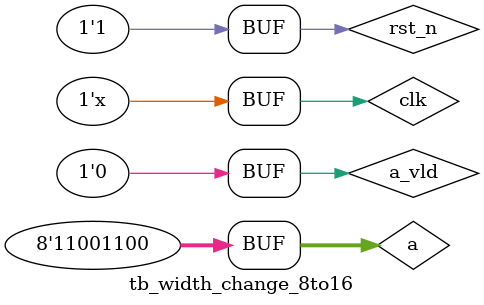
<source format=v>
`timescale 1ns / 1ps

module tb_width_change_8to16();

localparam AWIDTH = 8,
           BWIDTH = 16;

reg clk;
reg rst_n;
reg a_vld;
reg [AWIDTH-1:0] a;
wire [BWIDTH-1:0] b;
wire b_vld;

initial begin
    clk = 0;
    rst_n = 0;
    a = 0;
    a_vld = 0;
    #50
    rst_n = 1;
    #30
    a_vld = 1;
    a = 8'h00;
    #20
    a = 8'h11;
    #20
    #20
    a_vld = 0;
    #20
    a_vld = 1;
    a = 8'h22;
    #20
    a = 8'h33;
    #20
    a = 8'h44;
    #20
    a = 8'h55;
    #20
    a = 8'h66;
    #20
    a = 8'h77;
    #20
    a = 8'h88;
    #20
    a = 8'h99;
    #20
    a = 8'haa;
    #20
    a = 8'hbb;
    #20
    a = 8'hcc;
    #20
    a_vld = 0;
end

always #10 clk = ~clk;

width_change_8to16 #(
    .AWIDTH(AWIDTH),
    .BWIDTH(BWIDTH)
) u_width_change_8to16(
    .clk(clk),
    .rst_n(rst_n),
    .a_vld(a_vld),
    .a(a),
    .b_vld(b_vld),
    .b(b)
    );

endmodule

</source>
